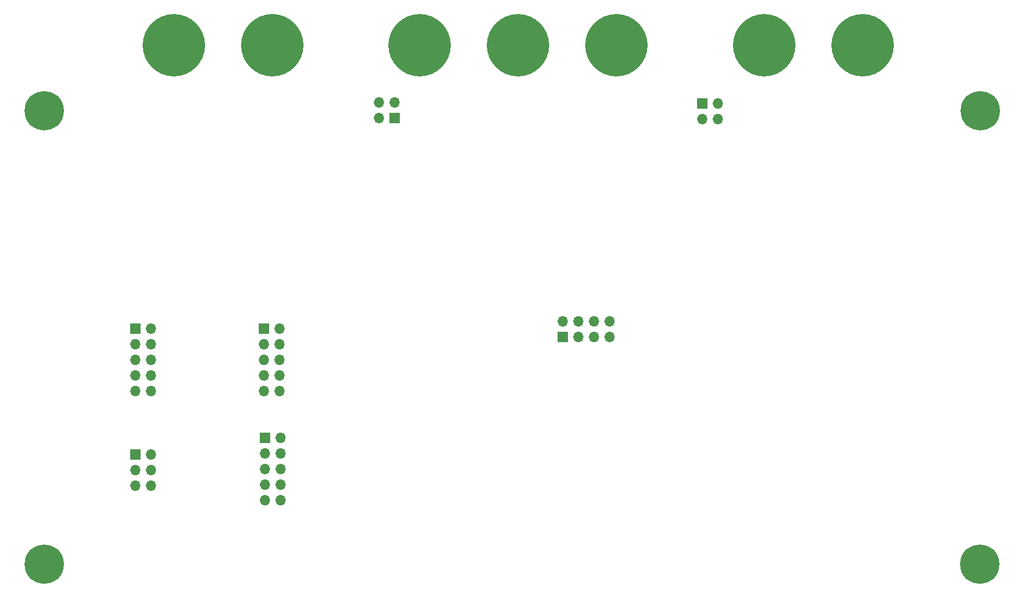
<source format=gbr>
%TF.GenerationSoftware,KiCad,Pcbnew,8.0.7*%
%TF.CreationDate,2024-12-10T19:07:15+08:00*%
%TF.ProjectId,RangkaianOpAmp,52616e67-6b61-4696-916e-4f70416d702e,rev?*%
%TF.SameCoordinates,Original*%
%TF.FileFunction,Soldermask,Top*%
%TF.FilePolarity,Negative*%
%FSLAX46Y46*%
G04 Gerber Fmt 4.6, Leading zero omitted, Abs format (unit mm)*
G04 Created by KiCad (PCBNEW 8.0.7) date 2024-12-10 19:07:15*
%MOMM*%
%LPD*%
G01*
G04 APERTURE LIST*
%ADD10C,10.160000*%
%ADD11C,0.800000*%
%ADD12C,6.400000*%
%ADD13R,1.700000X1.700000*%
%ADD14O,1.700000X1.700000*%
G04 APERTURE END LIST*
D10*
%TO.C,J10*%
X123113472Y-47040800D03*
%TD*%
%TO.C,J9*%
X163113472Y-47040800D03*
%TD*%
D11*
%TO.C,H1*%
X83621844Y-57653256D03*
X84324788Y-55956200D03*
X84324788Y-59350312D03*
X86021844Y-55253256D03*
D12*
X86021844Y-57653256D03*
D11*
X86021844Y-60053256D03*
X87718900Y-55956200D03*
X87718900Y-59350312D03*
X88421844Y-57653256D03*
%TD*%
%TO.C,H3*%
X240618944Y-131491056D03*
X239916000Y-133188112D03*
X239916000Y-129794000D03*
X238218944Y-133891056D03*
D12*
X238218944Y-131491056D03*
D11*
X238218944Y-129091056D03*
X236521888Y-133188112D03*
X236521888Y-129794000D03*
X235818944Y-131491056D03*
%TD*%
D13*
%TO.C,J13*%
X121780300Y-93140050D03*
D14*
X124320300Y-93140050D03*
X121780300Y-95680050D03*
X124320300Y-95680050D03*
X121780300Y-98220050D03*
X124320300Y-98220050D03*
X121780300Y-100760050D03*
X124320300Y-100760050D03*
X121780300Y-103300050D03*
X124320300Y-103300050D03*
%TD*%
D13*
%TO.C,J7*%
X100845700Y-113605650D03*
D14*
X103385700Y-113605650D03*
X100845700Y-116145650D03*
X103385700Y-116145650D03*
X100845700Y-118685650D03*
X103385700Y-118685650D03*
%TD*%
%TO.C,J3*%
X177990500Y-91948000D03*
X177990500Y-94488000D03*
X175450500Y-91948000D03*
X175450500Y-94488000D03*
X172910500Y-91948000D03*
X172910500Y-94488000D03*
X170370500Y-91948000D03*
D13*
X170370500Y-94488000D03*
%TD*%
%TO.C,J6*%
X193052700Y-56489600D03*
D14*
X195592700Y-56489600D03*
X193052700Y-59029600D03*
X195592700Y-59029600D03*
%TD*%
D11*
%TO.C,H2*%
X88409144Y-131491056D03*
X87706200Y-133188112D03*
X87706200Y-129794000D03*
X86009144Y-133891056D03*
D12*
X86009144Y-131491056D03*
D11*
X86009144Y-129091056D03*
X84312088Y-133188112D03*
X84312088Y-129794000D03*
X83609144Y-131491056D03*
%TD*%
D13*
%TO.C,J5*%
X100845700Y-93145050D03*
D14*
X103385700Y-93145050D03*
X100845700Y-95685050D03*
X103385700Y-95685050D03*
X100845700Y-98225050D03*
X103385700Y-98225050D03*
X100845700Y-100765050D03*
X103385700Y-100765050D03*
X100845700Y-103305050D03*
X103385700Y-103305050D03*
%TD*%
D13*
%TO.C,J4*%
X143040100Y-58902600D03*
D14*
X140500100Y-58902600D03*
X143040100Y-56362600D03*
X140500100Y-56362600D03*
%TD*%
D10*
%TO.C,J11*%
X147113472Y-47040800D03*
%TD*%
%TO.C,J1*%
X107113472Y-47040800D03*
%TD*%
%TO.C,J8*%
X179113472Y-47040800D03*
%TD*%
D13*
%TO.C,J14*%
X121958100Y-110950800D03*
D14*
X124498100Y-110950800D03*
X121958100Y-113490800D03*
X124498100Y-113490800D03*
X121958100Y-116030800D03*
X124498100Y-116030800D03*
X121958100Y-118570800D03*
X124498100Y-118570800D03*
X121958100Y-121110800D03*
X124498100Y-121110800D03*
%TD*%
D10*
%TO.C,J2*%
X203113472Y-47040800D03*
%TD*%
%TO.C,J12*%
X219113472Y-47040800D03*
%TD*%
D11*
%TO.C,H4*%
X235839300Y-57653256D03*
X236542244Y-55956200D03*
X236542244Y-59350312D03*
X238239300Y-55253256D03*
D12*
X238239300Y-57653256D03*
D11*
X238239300Y-60053256D03*
X239936356Y-55956200D03*
X239936356Y-59350312D03*
X240639300Y-57653256D03*
%TD*%
M02*

</source>
